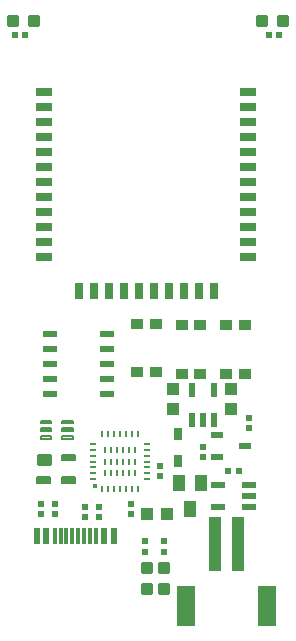
<source format=gbr>
G04 EAGLE Gerber RS-274X export*
G75*
%MOMM*%
%FSLAX34Y34*%
%LPD*%
%INSolderpaste Top*%
%IPPOS*%
%AMOC8*
5,1,8,0,0,1.08239X$1,22.5*%
G01*
%ADD10R,0.260000X0.560000*%
%ADD11R,0.560000X0.260000*%
%ADD12R,0.400000X0.400000*%
%ADD13R,0.550000X1.200000*%
%ADD14R,1.000000X4.600000*%
%ADD15R,1.600000X3.400000*%
%ADD16R,1.000000X0.900000*%
%ADD17C,0.300000*%
%ADD18R,0.540000X0.600000*%
%ADD19R,1.000000X1.100000*%
%ADD20R,0.600000X0.540000*%
%ADD21R,0.600000X1.450000*%
%ADD22R,0.300000X1.450000*%
%ADD23R,1.100000X1.000000*%
%ADD24C,0.200000*%
%ADD25R,1.422400X0.711200*%
%ADD26R,0.711200X1.422400*%
%ADD27C,0.247500*%
%ADD28C,0.147500*%
%ADD29R,0.800000X1.000000*%
%ADD30R,1.000000X1.400000*%
%ADD31R,1.200000X0.550000*%
%ADD32R,1.270000X0.508000*%
%ADD33R,1.117600X0.482600*%


D10*
X87000Y118000D03*
X92000Y118000D03*
X97000Y118000D03*
X102000Y118000D03*
X107000Y118000D03*
X112000Y118000D03*
X117000Y118000D03*
D11*
X125000Y126000D03*
X125000Y131000D03*
X125000Y136000D03*
X125000Y141000D03*
X125000Y146000D03*
X125000Y151000D03*
X125000Y156000D03*
D10*
X117000Y164000D03*
X112000Y164000D03*
X107000Y164000D03*
X102000Y164000D03*
X97000Y164000D03*
X92000Y164000D03*
X87000Y164000D03*
D11*
X79000Y156000D03*
X79000Y151000D03*
X79000Y146000D03*
X79000Y141000D03*
X79000Y136000D03*
X79000Y131000D03*
X79000Y126000D03*
D10*
X89500Y131000D03*
X89500Y141000D03*
X89500Y151000D03*
X94500Y131000D03*
X94500Y141000D03*
X94500Y151000D03*
X99500Y131000D03*
X99500Y141000D03*
X99500Y151000D03*
X104500Y131000D03*
X104500Y141000D03*
X104500Y151000D03*
X109500Y131000D03*
X109500Y141000D03*
X109500Y151000D03*
X114500Y131000D03*
X114500Y141000D03*
X114500Y151000D03*
D12*
X81000Y120000D03*
D13*
X162500Y175999D03*
X172000Y175999D03*
X181500Y175999D03*
X181500Y202001D03*
X162500Y202001D03*
D14*
X202000Y71000D03*
X182000Y71000D03*
D15*
X226000Y19000D03*
X158000Y19000D03*
D16*
X192000Y256500D03*
X208000Y256500D03*
X208000Y215500D03*
X192000Y215500D03*
X154000Y256500D03*
X170000Y256500D03*
X170000Y215500D03*
X154000Y215500D03*
D17*
X14730Y510500D02*
X14730Y517500D01*
X14730Y510500D02*
X7730Y510500D01*
X7730Y517500D01*
X14730Y517500D01*
X14730Y513350D02*
X7730Y513350D01*
X7730Y516200D02*
X14730Y516200D01*
X32270Y517500D02*
X32270Y510500D01*
X25270Y510500D01*
X25270Y517500D01*
X32270Y517500D01*
X32270Y513350D02*
X25270Y513350D01*
X25270Y516200D02*
X32270Y516200D01*
X236270Y517500D02*
X236270Y510500D01*
X236270Y517500D02*
X243270Y517500D01*
X243270Y510500D01*
X236270Y510500D01*
X236270Y513350D02*
X243270Y513350D01*
X243270Y516200D02*
X236270Y516200D01*
X218730Y517500D02*
X218730Y510500D01*
X218730Y517500D02*
X225730Y517500D01*
X225730Y510500D01*
X218730Y510500D01*
X218730Y513350D02*
X225730Y513350D01*
X225730Y516200D02*
X218730Y516200D01*
D18*
X227680Y502000D03*
X236320Y502000D03*
X21320Y502000D03*
X12680Y502000D03*
D19*
X195500Y185500D03*
X195500Y202500D03*
X146500Y202500D03*
X146500Y185500D03*
D16*
X132000Y216500D03*
X116000Y216500D03*
X116000Y257500D03*
X132000Y257500D03*
D20*
X211200Y177820D03*
X211200Y169180D03*
D21*
X31500Y77950D03*
X39500Y77950D03*
D22*
X61500Y77950D03*
X56500Y77950D03*
X51500Y77950D03*
X46500Y77950D03*
X66500Y77950D03*
X71500Y77950D03*
X76500Y77950D03*
X81500Y77950D03*
D21*
X88500Y77950D03*
X96500Y77950D03*
D20*
X47000Y105320D03*
X47000Y96680D03*
X72000Y93680D03*
X72000Y102320D03*
X84000Y93680D03*
X84000Y102320D03*
D23*
X124500Y97000D03*
X141500Y97000D03*
D20*
X136000Y137320D03*
X136000Y128680D03*
D24*
X43650Y173500D02*
X34750Y173500D01*
X34750Y175500D01*
X43650Y175500D01*
X43650Y173500D01*
X43650Y175400D02*
X34750Y175400D01*
X34750Y167000D02*
X43650Y167000D01*
X34750Y167000D02*
X34750Y169000D01*
X43650Y169000D01*
X43650Y167000D01*
X43650Y168900D02*
X34750Y168900D01*
X34750Y160500D02*
X43650Y160500D01*
X34750Y160500D02*
X34750Y162500D01*
X43650Y162500D01*
X43650Y160500D01*
X43650Y162400D02*
X34750Y162400D01*
X53150Y162500D02*
X62050Y162500D01*
X62050Y160500D01*
X53150Y160500D01*
X53150Y162500D01*
X53150Y162400D02*
X62050Y162400D01*
X62050Y169000D02*
X53150Y169000D01*
X62050Y169000D02*
X62050Y167000D01*
X53150Y167000D01*
X53150Y169000D01*
X53150Y168900D02*
X62050Y168900D01*
X62050Y175500D02*
X53150Y175500D01*
X62050Y175500D02*
X62050Y173500D01*
X53150Y173500D01*
X53150Y175500D01*
X53150Y175400D02*
X62050Y175400D01*
D17*
X121500Y36730D02*
X128500Y36730D01*
X128500Y29730D01*
X121500Y29730D01*
X121500Y36730D01*
X121500Y32580D02*
X128500Y32580D01*
X128500Y35430D02*
X121500Y35430D01*
X121500Y54270D02*
X128500Y54270D01*
X128500Y47270D01*
X121500Y47270D01*
X121500Y54270D01*
X121500Y50120D02*
X128500Y50120D01*
X128500Y52970D02*
X121500Y52970D01*
D20*
X123000Y73320D03*
X123000Y64680D03*
D25*
X210588Y314473D03*
X210588Y327173D03*
X210588Y339873D03*
X210588Y352573D03*
X210588Y365273D03*
X210588Y377973D03*
X210588Y390673D03*
X210588Y403373D03*
X210588Y416073D03*
X210588Y428773D03*
X210588Y441473D03*
X210588Y454173D03*
X37911Y314602D03*
X37911Y327302D03*
X37911Y340002D03*
X37911Y352702D03*
X37911Y365402D03*
X37911Y378102D03*
X37911Y390802D03*
X37911Y403502D03*
X37911Y416202D03*
X37911Y428902D03*
X37911Y441602D03*
X37911Y454302D03*
D26*
X168907Y285780D03*
X156207Y285780D03*
X143507Y285780D03*
X130807Y285780D03*
X118107Y285780D03*
X105407Y285780D03*
X92707Y285780D03*
X80007Y285780D03*
X67307Y285780D03*
X181381Y285763D03*
D27*
X42413Y138887D02*
X32487Y138887D01*
X32487Y146313D01*
X42413Y146313D01*
X42413Y138887D01*
X42413Y141238D02*
X32487Y141238D01*
X32487Y143589D02*
X42413Y143589D01*
X42413Y145940D02*
X32487Y145940D01*
D28*
X31987Y123187D02*
X42913Y123187D01*
X31987Y123187D02*
X31987Y127613D01*
X42913Y127613D01*
X42913Y123187D01*
X42913Y124588D02*
X31987Y124588D01*
X31987Y125989D02*
X42913Y125989D01*
X42913Y127390D02*
X31987Y127390D01*
X53087Y123187D02*
X64013Y123187D01*
X53087Y123187D02*
X53087Y127613D01*
X64013Y127613D01*
X64013Y123187D01*
X64013Y124588D02*
X53087Y124588D01*
X53087Y125989D02*
X64013Y125989D01*
X64013Y127390D02*
X53087Y127390D01*
X53087Y142387D02*
X64013Y142387D01*
X53087Y142387D02*
X53087Y146813D01*
X64013Y146813D01*
X64013Y142387D01*
X64013Y143788D02*
X53087Y143788D01*
X53087Y145189D02*
X64013Y145189D01*
X64013Y146590D02*
X53087Y146590D01*
D29*
X151000Y164500D03*
X151000Y141500D03*
D30*
X161000Y101000D03*
X151500Y123000D03*
X170500Y123000D03*
D20*
X111000Y105320D03*
X111000Y96680D03*
D31*
X211001Y102500D03*
X211001Y112000D03*
X211001Y121500D03*
X184999Y121500D03*
X184999Y102500D03*
D18*
X193680Y133000D03*
X202320Y133000D03*
D20*
X139000Y64680D03*
X139000Y73320D03*
D17*
X135500Y36730D02*
X142500Y36730D01*
X142500Y29730D01*
X135500Y29730D01*
X135500Y36730D01*
X135500Y32580D02*
X142500Y32580D01*
X142500Y35430D02*
X135500Y35430D01*
X135500Y54270D02*
X142500Y54270D01*
X142500Y47270D01*
X135500Y47270D01*
X135500Y54270D01*
X135500Y50120D02*
X142500Y50120D01*
X142500Y52970D02*
X135500Y52970D01*
D32*
X91130Y224000D03*
X91130Y211300D03*
X91130Y198600D03*
X91130Y236700D03*
X91130Y249400D03*
X42870Y249400D03*
X42870Y236700D03*
X42870Y224000D03*
X42870Y211300D03*
X42870Y198600D03*
D33*
X183662Y163500D03*
X183662Y144500D03*
X207538Y154000D03*
D20*
X34900Y105420D03*
X34900Y96780D03*
X172500Y153220D03*
X172500Y144580D03*
M02*

</source>
